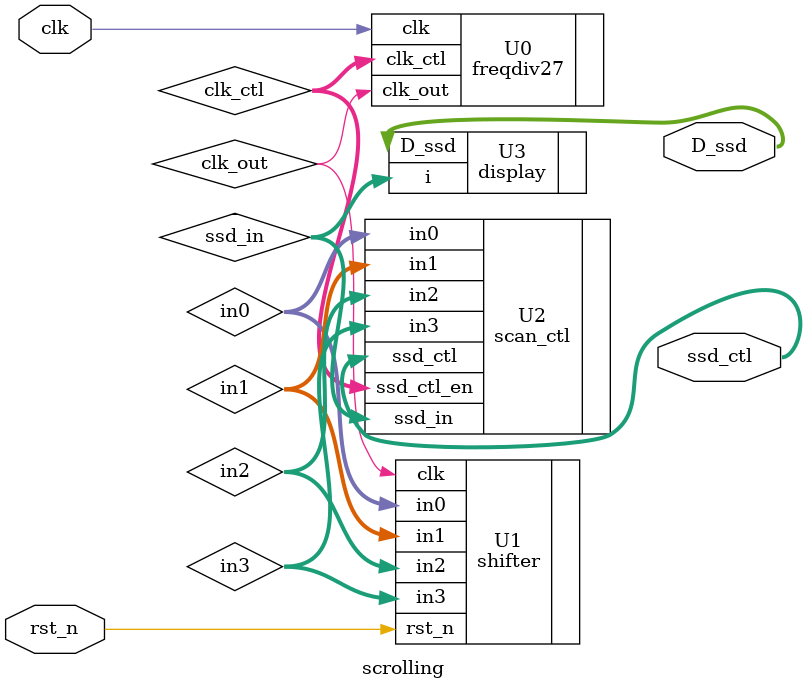
<source format=v>
`timescale 1ns / 1ps


module scrolling(
    input clk,
    input rst_n,
    output [7:0]D_ssd,
    output [3:0]ssd_ctl
    );
    
    wire clk_out;
    wire [1:0]clk_ctl;
    wire [2:0] in0,in1, in2, in3;
    wire [2:0]ssd_in;
    freqdiv27 U0(
        .clk_out(clk_out), //divided clk output
        .clk_ctl(clk_ctl),//ssd
        .clk(clk)
    );
    shifter U1(
        .clk(clk_out),
        .rst_n(rst_n),
        .in0(in0),
        .in1(in1),
        .in2(in2),
        .in3(in3)
    );
    scan_ctl U2(
        .ssd_ctl(ssd_ctl),
        .ssd_in(ssd_in),
        .in0(in0),
        .in1(in1),
        .in2(in2),
        .in3(in3),
        .ssd_ctl_en(clk_ctl)
    );
    display U3(
        .i(ssd_in),
        .D_ssd(D_ssd)
    );
    
   
endmodule

</source>
